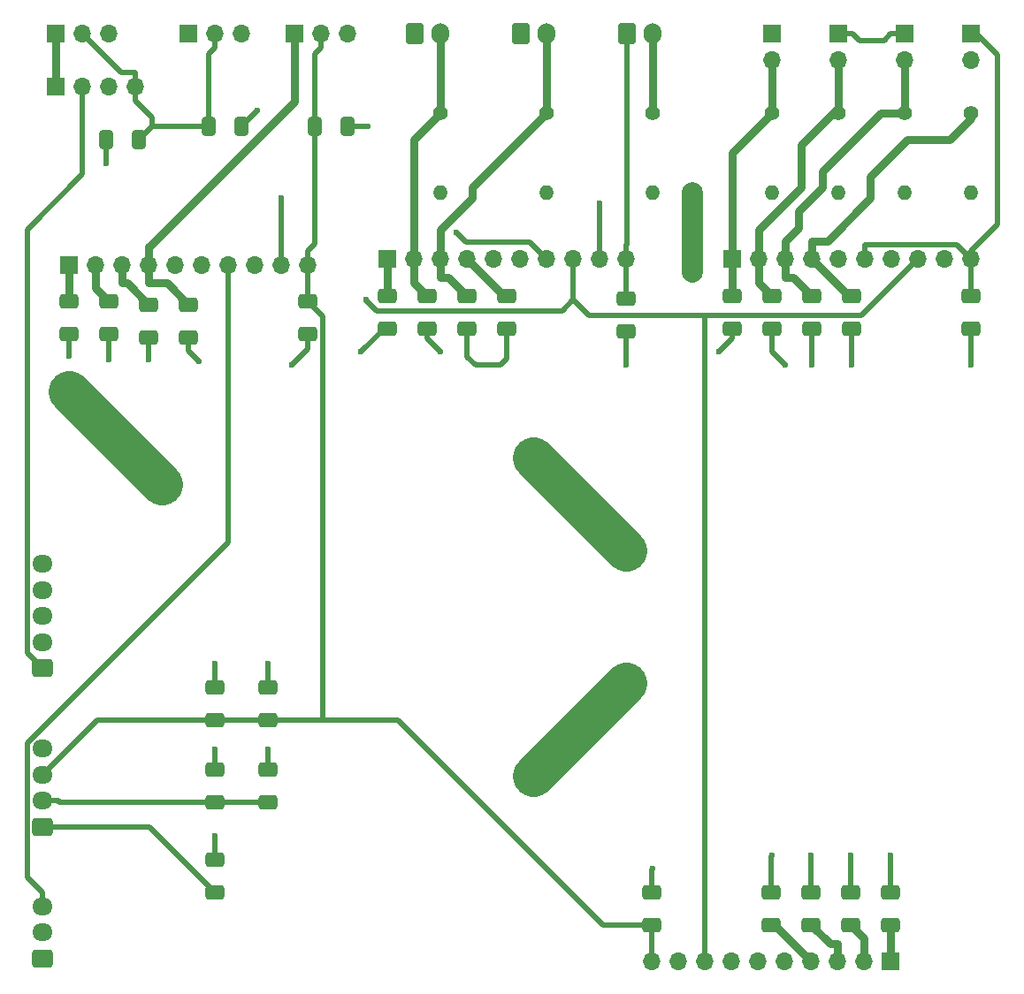
<source format=gbr>
%TF.GenerationSoftware,KiCad,Pcbnew,8.0.3*%
%TF.CreationDate,2024-11-03T21:20:52+01:00*%
%TF.ProjectId,weerstation-analoog,77656572-7374-4617-9469-6f6e2d616e61,rev?*%
%TF.SameCoordinates,Original*%
%TF.FileFunction,Copper,L2,Bot*%
%TF.FilePolarity,Positive*%
%FSLAX46Y46*%
G04 Gerber Fmt 4.6, Leading zero omitted, Abs format (unit mm)*
G04 Created by KiCad (PCBNEW 8.0.3) date 2024-11-03 21:20:52*
%MOMM*%
%LPD*%
G01*
G04 APERTURE LIST*
G04 Aperture macros list*
%AMRoundRect*
0 Rectangle with rounded corners*
0 $1 Rounding radius*
0 $2 $3 $4 $5 $6 $7 $8 $9 X,Y pos of 4 corners*
0 Add a 4 corners polygon primitive as box body*
4,1,4,$2,$3,$4,$5,$6,$7,$8,$9,$2,$3,0*
0 Add four circle primitives for the rounded corners*
1,1,$1+$1,$2,$3*
1,1,$1+$1,$4,$5*
1,1,$1+$1,$6,$7*
1,1,$1+$1,$8,$9*
0 Add four rect primitives between the rounded corners*
20,1,$1+$1,$2,$3,$4,$5,0*
20,1,$1+$1,$4,$5,$6,$7,0*
20,1,$1+$1,$6,$7,$8,$9,0*
20,1,$1+$1,$8,$9,$2,$3,0*%
G04 Aperture macros list end*
%TA.AperFunction,ComponentPad*%
%ADD10R,1.700000X1.700000*%
%TD*%
%TA.AperFunction,ComponentPad*%
%ADD11O,1.700000X1.700000*%
%TD*%
%TA.AperFunction,ComponentPad*%
%ADD12RoundRect,0.250000X0.725000X-0.600000X0.725000X0.600000X-0.725000X0.600000X-0.725000X-0.600000X0*%
%TD*%
%TA.AperFunction,ComponentPad*%
%ADD13O,1.950000X1.700000*%
%TD*%
%TA.AperFunction,ComponentPad*%
%ADD14C,1.400000*%
%TD*%
%TA.AperFunction,ComponentPad*%
%ADD15O,1.400000X1.400000*%
%TD*%
%TA.AperFunction,ComponentPad*%
%ADD16RoundRect,0.250000X-0.600000X-0.750000X0.600000X-0.750000X0.600000X0.750000X-0.600000X0.750000X0*%
%TD*%
%TA.AperFunction,ComponentPad*%
%ADD17O,1.700000X2.000000*%
%TD*%
%TA.AperFunction,SMDPad,CuDef*%
%ADD18RoundRect,0.250000X-0.650000X0.412500X-0.650000X-0.412500X0.650000X-0.412500X0.650000X0.412500X0*%
%TD*%
%TA.AperFunction,SMDPad,CuDef*%
%ADD19RoundRect,0.250000X-0.412500X-0.650000X0.412500X-0.650000X0.412500X0.650000X-0.412500X0.650000X0*%
%TD*%
%TA.AperFunction,SMDPad,CuDef*%
%ADD20RoundRect,0.250000X0.650000X-0.412500X0.650000X0.412500X-0.650000X0.412500X-0.650000X-0.412500X0*%
%TD*%
%TA.AperFunction,SMDPad,CuDef*%
%ADD21RoundRect,0.250000X0.412500X0.650000X-0.412500X0.650000X-0.412500X-0.650000X0.412500X-0.650000X0*%
%TD*%
%TA.AperFunction,ViaPad*%
%ADD22C,0.600000*%
%TD*%
%TA.AperFunction,ViaPad*%
%ADD23C,3.000000*%
%TD*%
%TA.AperFunction,ViaPad*%
%ADD24C,2.000000*%
%TD*%
%TA.AperFunction,Conductor*%
%ADD25C,0.500000*%
%TD*%
%TA.AperFunction,Conductor*%
%ADD26C,0.750000*%
%TD*%
%TA.AperFunction,Conductor*%
%ADD27C,4.000000*%
%TD*%
%TA.AperFunction,Conductor*%
%ADD28C,2.000000*%
%TD*%
G04 APERTURE END LIST*
D10*
%TO.P,R9,1*%
%TO.N,+3.3V*%
X100330000Y-17780000D03*
D11*
%TO.P,R9,2*%
%TO.N,ADC-2 A1*%
X100330000Y-20320000D03*
%TD*%
D12*
%TO.P,J11,1,Pin_1*%
%TO.N,regen-digitaal*%
X17780000Y-78580000D03*
D13*
%TO.P,J11,2,Pin_2*%
%TO.N,ADC4 alert*%
X17780000Y-76080000D03*
%TO.P,J11,3,Pin_3*%
%TO.N,ADC3 alert*%
X17780000Y-73580000D03*
%TO.P,J11,4,Pin_4*%
%TO.N,ADC2 alert*%
X17780000Y-71080000D03*
%TO.P,J11,5,Pin_5*%
%TO.N,ADC1 alert*%
X17780000Y-68580000D03*
%TD*%
D10*
%TO.P,J6,1,Pin_1*%
%TO.N,ADC-3 A3*%
X20320000Y-39935000D03*
D11*
%TO.P,J6,2,Pin_2*%
%TO.N,ADC-3 A2*%
X22860000Y-39935000D03*
%TO.P,J6,3,Pin_3*%
%TO.N,ADC-3 A1*%
X25400000Y-39935000D03*
%TO.P,J6,4,Pin_4*%
%TO.N,ADC-3 A0*%
X27940000Y-39935000D03*
%TO.P,J6,5,Pin_5*%
%TO.N,ADC3 alert*%
X30480000Y-39935000D03*
%TO.P,J6,6,Pin_6*%
%TO.N,scl*%
X33020000Y-39935000D03*
%TO.P,J6,7,Pin_7*%
%TO.N,sda*%
X35560000Y-39935000D03*
%TO.P,J6,8,Pin_8*%
%TO.N,scl*%
X38100000Y-39935000D03*
%TO.P,J6,9,Pin_9*%
%TO.N,GND*%
X40640000Y-39935000D03*
%TO.P,J6,10,Pin_10*%
%TO.N,+3.3V*%
X43180000Y-39935000D03*
%TD*%
D10*
%TO.P,J5,1,Pin_1*%
%TO.N,ADC-4 A3*%
X98998700Y-106680000D03*
D11*
%TO.P,J5,2,Pin_2*%
%TO.N,ADC-4 A2*%
X96458700Y-106680000D03*
%TO.P,J5,3,Pin_3*%
%TO.N,ADC-4 A1*%
X93918700Y-106680000D03*
%TO.P,J5,4,Pin_4*%
%TO.N,ADC-4 A0*%
X91378700Y-106680000D03*
%TO.P,J5,5,Pin_5*%
%TO.N,ADC4 alert*%
X88838700Y-106680000D03*
%TO.P,J5,6,Pin_6*%
%TO.N,sda*%
X86298700Y-106680000D03*
%TO.P,J5,7,Pin_7*%
X83758700Y-106680000D03*
%TO.P,J5,8,Pin_8*%
%TO.N,scl*%
X81218700Y-106680000D03*
%TO.P,J5,9,Pin_9*%
%TO.N,GND*%
X78678700Y-106680000D03*
%TO.P,J5,10,Pin_10*%
%TO.N,+3.3V*%
X76138700Y-106680000D03*
%TD*%
D14*
%TO.P,R6,1*%
%TO.N,ADC-1 A2*%
X55880000Y-25400000D03*
D15*
%TO.P,R6,2*%
%TO.N,GND*%
X55880000Y-33020000D03*
%TD*%
D10*
%TO.P,J8,1,Pin_1*%
%TO.N,ADC-3 A0*%
X41910000Y-17780000D03*
D11*
%TO.P,J8,2,Pin_2*%
%TO.N,+3.3V*%
X44450000Y-17780000D03*
%TO.P,J8,3,Pin_3*%
%TO.N,GND*%
X46990000Y-17780000D03*
%TD*%
D12*
%TO.P,J2,1,Pin_1*%
%TO.N,+12L*%
X17780000Y-93780000D03*
D13*
%TO.P,J2,2,Pin_2*%
%TO.N,+5V*%
X17780000Y-91280000D03*
%TO.P,J2,3,Pin_3*%
%TO.N,+3.3V*%
X17780000Y-88780000D03*
%TO.P,J2,4,Pin_4*%
%TO.N,GND*%
X17780000Y-86280000D03*
%TD*%
D12*
%TO.P,J1,1,Pin_1*%
%TO.N,GND*%
X17780000Y-106400000D03*
D13*
%TO.P,J1,2,Pin_2*%
%TO.N,scl*%
X17780000Y-103900000D03*
%TO.P,J1,3,Pin_3*%
%TO.N,sda*%
X17780000Y-101400000D03*
%TD*%
D16*
%TO.P,R3,1*%
%TO.N,+3.3V*%
X63540000Y-17780000D03*
D17*
%TO.P,R3,2*%
%TO.N,ADC-1 A1*%
X66040000Y-17780000D03*
%TD*%
D14*
%TO.P,R12,1*%
%TO.N,ADC-2 A2*%
X93980000Y-25400000D03*
D15*
%TO.P,R12,2*%
%TO.N,GND*%
X93980000Y-33020000D03*
%TD*%
D10*
%TO.P,R7,1*%
%TO.N,+3.3V*%
X106680000Y-17780000D03*
D11*
%TO.P,R7,2*%
%TO.N,ADC-2 A0*%
X106680000Y-20320000D03*
%TD*%
D14*
%TO.P,R4,1*%
%TO.N,ADC-1 A1*%
X66040000Y-25400000D03*
D15*
%TO.P,R4,2*%
%TO.N,GND*%
X66040000Y-33020000D03*
%TD*%
D10*
%TO.P,J4,1,Pin_1*%
%TO.N,ADC-2 A3*%
X83820000Y-39370000D03*
D11*
%TO.P,J4,2,Pin_2*%
%TO.N,ADC-2 A2*%
X86360000Y-39370000D03*
%TO.P,J4,3,Pin_3*%
%TO.N,ADC-2 A1*%
X88900000Y-39370000D03*
%TO.P,J4,4,Pin_4*%
%TO.N,ADC-2 A0*%
X91440000Y-39370000D03*
%TO.P,J4,5,Pin_5*%
%TO.N,ADC2 alert*%
X93980000Y-39370000D03*
%TO.P,J4,6,Pin_6*%
%TO.N,+3.3V*%
X96520000Y-39370000D03*
%TO.P,J4,7,Pin_7*%
%TO.N,sda*%
X99060000Y-39370000D03*
%TO.P,J4,8,Pin_8*%
%TO.N,scl*%
X101600000Y-39370000D03*
%TO.P,J4,9,Pin_9*%
%TO.N,GND*%
X104140000Y-39370000D03*
%TO.P,J4,10,Pin_10*%
%TO.N,+3.3V*%
X106680000Y-39370000D03*
%TD*%
D10*
%TO.P,J7,1,Pin_1*%
%TO.N,ADC-3 A1*%
X31750000Y-17780000D03*
D11*
%TO.P,J7,2,Pin_2*%
%TO.N,+3.3V*%
X34290000Y-17780000D03*
%TO.P,J7,3,Pin_3*%
%TO.N,GND*%
X36830000Y-17780000D03*
%TD*%
D16*
%TO.P,R5,1*%
%TO.N,+3.3V*%
X53380000Y-17780000D03*
D17*
%TO.P,R5,2*%
%TO.N,ADC-1 A2*%
X55880000Y-17780000D03*
%TD*%
D10*
%TO.P,J10,1,Pin_1*%
%TO.N,ADC-3 A2*%
X19050000Y-22860000D03*
D11*
%TO.P,J10,2,Pin_2*%
%TO.N,regen-digitaal*%
X21590000Y-22860000D03*
%TO.P,J10,3,Pin_3*%
%TO.N,GND*%
X24130000Y-22860000D03*
%TO.P,J10,4,Pin_4*%
%TO.N,+3.3V*%
X26670000Y-22860000D03*
%TD*%
D10*
%TO.P,J3,1,Pin_1*%
%TO.N,ADC-1 A3*%
X50800000Y-39370000D03*
D11*
%TO.P,J3,2,Pin_2*%
%TO.N,ADC-1 A2*%
X53340000Y-39370000D03*
%TO.P,J3,3,Pin_3*%
%TO.N,ADC-1 A1*%
X55880000Y-39370000D03*
%TO.P,J3,4,Pin_4*%
%TO.N,ADC-1 A0*%
X58420000Y-39370000D03*
%TO.P,J3,5,Pin_5*%
%TO.N,ADC1 alert*%
X60960000Y-39370000D03*
%TO.P,J3,6,Pin_6*%
%TO.N,GND*%
X63500000Y-39370000D03*
%TO.P,J3,7,Pin_7*%
%TO.N,sda*%
X66040000Y-39370000D03*
%TO.P,J3,8,Pin_8*%
%TO.N,scl*%
X68580000Y-39370000D03*
%TO.P,J3,9,Pin_9*%
%TO.N,GND*%
X71120000Y-39370000D03*
%TO.P,J3,10,Pin_10*%
%TO.N,+3.3V*%
X73660000Y-39370000D03*
%TD*%
D16*
%TO.P,R1,1*%
%TO.N,+3.3V*%
X73700000Y-17780000D03*
D17*
%TO.P,R1,2*%
%TO.N,ADC-1 A0*%
X76200000Y-17780000D03*
%TD*%
D10*
%TO.P,J9,1,Pin_1*%
%TO.N,ADC-3 A2*%
X19050000Y-17780000D03*
D11*
%TO.P,J9,2,Pin_2*%
%TO.N,+3.3V*%
X21590000Y-17780000D03*
%TO.P,J9,3,Pin_3*%
%TO.N,GND*%
X24130000Y-17780000D03*
%TD*%
D14*
%TO.P,R10,1*%
%TO.N,ADC-2 A1*%
X100330000Y-25400000D03*
D15*
%TO.P,R10,2*%
%TO.N,GND*%
X100330000Y-33020000D03*
%TD*%
D10*
%TO.P,R11,1*%
%TO.N,+3.3V*%
X93980000Y-17780000D03*
D11*
%TO.P,R11,2*%
%TO.N,ADC-2 A2*%
X93980000Y-20320000D03*
%TD*%
D14*
%TO.P,R2,1*%
%TO.N,ADC-1 A0*%
X76200000Y-25400000D03*
D15*
%TO.P,R2,2*%
%TO.N,GND*%
X76200000Y-33020000D03*
%TD*%
D14*
%TO.P,R14,1*%
%TO.N,ADC-2 A3*%
X87630000Y-25400000D03*
D15*
%TO.P,R14,2*%
%TO.N,GND*%
X87630000Y-33020000D03*
%TD*%
D14*
%TO.P,R8,1*%
%TO.N,ADC-2 A0*%
X106660000Y-25400000D03*
D15*
%TO.P,R8,2*%
%TO.N,GND*%
X106660000Y-33020000D03*
%TD*%
D10*
%TO.P,R13,1*%
%TO.N,+3.3V*%
X87630000Y-17780000D03*
D11*
%TO.P,R13,2*%
%TO.N,ADC-2 A3*%
X87630000Y-20320000D03*
%TD*%
D18*
%TO.P,C10,1*%
%TO.N,ADC-2 A1*%
X91440000Y-42887500D03*
%TO.P,C10,2*%
%TO.N,GND*%
X91440000Y-46012500D03*
%TD*%
%TO.P,C20,1*%
%TO.N,ADC-3 A1*%
X27940000Y-43745000D03*
%TO.P,C20,2*%
%TO.N,GND*%
X27940000Y-46870000D03*
%TD*%
%TO.P,C1,1*%
%TO.N,ADC-1 A3*%
X50800000Y-42887500D03*
%TO.P,C1,2*%
%TO.N,GND*%
X50800000Y-46012500D03*
%TD*%
%TO.P,C9,1*%
%TO.N,ADC-2 A2*%
X87630000Y-42887500D03*
%TO.P,C9,2*%
%TO.N,GND*%
X87630000Y-46012500D03*
%TD*%
%TO.P,C14,1*%
%TO.N,+3.3V*%
X43180000Y-43452500D03*
%TO.P,C14,2*%
%TO.N,GND*%
X43180000Y-46577500D03*
%TD*%
%TO.P,C4,1*%
%TO.N,ADC-1 A2*%
X54610000Y-42887500D03*
%TO.P,C4,2*%
%TO.N,GND*%
X54610000Y-46012500D03*
%TD*%
D19*
%TO.P,C21,1*%
%TO.N,+3.3V*%
X33705000Y-26670000D03*
%TO.P,C21,2*%
%TO.N,GND*%
X36830000Y-26670000D03*
%TD*%
D20*
%TO.P,C25,1*%
%TO.N,+3.3V*%
X34290000Y-83527500D03*
%TO.P,C25,2*%
%TO.N,GND*%
X34290000Y-80402500D03*
%TD*%
D18*
%TO.P,C8,1*%
%TO.N,ADC-2 A0*%
X95250000Y-42887500D03*
%TO.P,C8,2*%
%TO.N,GND*%
X95250000Y-46012500D03*
%TD*%
D20*
%TO.P,C17,1*%
%TO.N,ADC-4 A2*%
X95188700Y-103162500D03*
%TO.P,C17,2*%
%TO.N,GND*%
X95188700Y-100037500D03*
%TD*%
D18*
%TO.P,C7,1*%
%TO.N,+3.3V*%
X106680000Y-42887500D03*
%TO.P,C7,2*%
%TO.N,GND*%
X106680000Y-46012500D03*
%TD*%
D20*
%TO.P,C27,1*%
%TO.N,+5V*%
X34290000Y-91440000D03*
%TO.P,C27,2*%
%TO.N,GND*%
X34290000Y-88315000D03*
%TD*%
%TO.P,C24,1*%
%TO.N,+5V*%
X39370000Y-91440000D03*
%TO.P,C24,2*%
%TO.N,GND*%
X39370000Y-88315000D03*
%TD*%
D18*
%TO.P,C2,1*%
%TO.N,+3.3V*%
X73660000Y-43180000D03*
%TO.P,C2,2*%
%TO.N,GND*%
X73660000Y-46305000D03*
%TD*%
D20*
%TO.P,C18,1*%
%TO.N,ADC-4 A1*%
X91378700Y-103162500D03*
%TO.P,C18,2*%
%TO.N,GND*%
X91378700Y-100037500D03*
%TD*%
D19*
%TO.P,C22,1*%
%TO.N,+3.3V*%
X43865000Y-26670000D03*
%TO.P,C22,2*%
%TO.N,GND*%
X46990000Y-26670000D03*
%TD*%
D18*
%TO.P,C3,1*%
%TO.N,ADC-1 A0*%
X62230000Y-42887500D03*
%TO.P,C3,2*%
%TO.N,GND*%
X62230000Y-46012500D03*
%TD*%
%TO.P,C13,1*%
%TO.N,ADC-3 A3*%
X20320000Y-43452500D03*
%TO.P,C13,2*%
%TO.N,GND*%
X20320000Y-46577500D03*
%TD*%
%TO.P,C16,1*%
%TO.N,ADC-3 A0*%
X31750000Y-43745000D03*
%TO.P,C16,2*%
%TO.N,GND*%
X31750000Y-46870000D03*
%TD*%
D20*
%TO.P,C11,1*%
%TO.N,ADC-4 A3*%
X98998700Y-103162500D03*
%TO.P,C11,2*%
%TO.N,GND*%
X98998700Y-100037500D03*
%TD*%
%TO.P,C26,1*%
%TO.N,+3.3V*%
X39370000Y-83527500D03*
%TO.P,C26,2*%
%TO.N,GND*%
X39370000Y-80402500D03*
%TD*%
D21*
%TO.P,C28,1*%
%TO.N,+3.3V*%
X26962500Y-27940000D03*
%TO.P,C28,2*%
%TO.N,GND*%
X23837500Y-27940000D03*
%TD*%
D20*
%TO.P,C15,1*%
%TO.N,ADC-4 A0*%
X87568700Y-103162500D03*
%TO.P,C15,2*%
%TO.N,GND*%
X87568700Y-100037500D03*
%TD*%
%TO.P,C12,1*%
%TO.N,+3.3V*%
X76138700Y-103162500D03*
%TO.P,C12,2*%
%TO.N,GND*%
X76138700Y-100037500D03*
%TD*%
D18*
%TO.P,C19,1*%
%TO.N,ADC-3 A2*%
X24130000Y-43452500D03*
%TO.P,C19,2*%
%TO.N,GND*%
X24130000Y-46577500D03*
%TD*%
D20*
%TO.P,C23,1*%
%TO.N,+12L*%
X34290000Y-100037500D03*
%TO.P,C23,2*%
%TO.N,GND*%
X34290000Y-96912500D03*
%TD*%
D18*
%TO.P,C5,1*%
%TO.N,ADC-1 A1*%
X58420000Y-42887500D03*
%TO.P,C5,2*%
%TO.N,GND*%
X58420000Y-46012500D03*
%TD*%
%TO.P,C6,1*%
%TO.N,ADC-2 A3*%
X83820000Y-42887500D03*
%TO.P,C6,2*%
%TO.N,GND*%
X83820000Y-46012500D03*
%TD*%
D22*
%TO.N,GND*%
X71120000Y-34036000D03*
X40640000Y-33528000D03*
D23*
X73660000Y-80010000D03*
X64770000Y-88900000D03*
X29210000Y-60960000D03*
X20320000Y-52070000D03*
X64770000Y-58420000D03*
X73660000Y-67310000D03*
D24*
X80010000Y-40640000D03*
X80010000Y-33020000D03*
D22*
%TO.N,scl*%
X48766500Y-43251700D03*
%TO.N,sda*%
X57404000Y-36830000D03*
%TO.N,GND*%
X34290000Y-94615000D03*
X87630000Y-96520000D03*
X39370000Y-78105000D03*
X98998700Y-96520000D03*
X91378700Y-96520000D03*
X39370000Y-86360000D03*
X34290000Y-86360000D03*
X95188700Y-96520000D03*
X34290000Y-78105000D03*
X24130000Y-49022000D03*
X20320000Y-48641000D03*
X95250000Y-49530000D03*
X55880000Y-48260000D03*
X41656000Y-49530000D03*
X88900000Y-49530000D03*
X48260000Y-48260000D03*
X27940000Y-49022000D03*
X91440000Y-49530000D03*
X60325000Y-49530000D03*
X76200000Y-97790000D03*
X82550000Y-48260000D03*
X106680000Y-49530000D03*
X32766000Y-49149000D03*
X38354000Y-25146000D03*
X48895000Y-26670000D03*
X23876000Y-30226000D03*
X73673500Y-49530000D03*
%TD*%
D25*
%TO.N,sda*%
X64417100Y-37747100D02*
X66040000Y-39370000D01*
X58321100Y-37747100D02*
X64417100Y-37747100D01*
X57404000Y-36830000D02*
X58321100Y-37747100D01*
D26*
%TO.N,ADC-1 A1*%
X58928000Y-33528000D02*
X58928000Y-32512000D01*
X55880000Y-36576000D02*
X58928000Y-33528000D01*
X58928000Y-32512000D02*
X66040000Y-25400000D01*
X55880000Y-39370000D02*
X55880000Y-36576000D01*
D25*
%TO.N,GND*%
X71120000Y-39370000D02*
X71120000Y-34036000D01*
D26*
%TO.N,ADC-2 A1*%
X92456000Y-32512000D02*
X92456000Y-30988000D01*
X90157400Y-34810600D02*
X92456000Y-32512000D01*
X92456000Y-30988000D02*
X98044000Y-25400000D01*
X90128400Y-34810600D02*
X90157400Y-34810600D01*
X98044000Y-25400000D02*
X100330000Y-25400000D01*
%TO.N,ADC-2 A2*%
X90424000Y-32512000D02*
X86360000Y-36576000D01*
X90424000Y-28448000D02*
X90424000Y-32512000D01*
X93669600Y-25202400D02*
X90424000Y-28448000D01*
X93980000Y-25202400D02*
X93669600Y-25202400D01*
%TO.N,ADC-2 A0*%
X104648000Y-27940000D02*
X106660000Y-25928000D01*
X106660000Y-25928000D02*
X106660000Y-25400000D01*
X100584000Y-27940000D02*
X104648000Y-27940000D01*
X97028000Y-33528000D02*
X97028000Y-31496000D01*
X92912700Y-37643300D02*
X97028000Y-33528000D01*
X91440000Y-39370000D02*
X91440000Y-37643300D01*
X91440000Y-37643300D02*
X92912700Y-37643300D01*
X97028000Y-31496000D02*
X100584000Y-27940000D01*
D25*
%TO.N,+3.3V*%
X109220000Y-36068000D02*
X109220000Y-19812000D01*
X106680000Y-38608000D02*
X109220000Y-36068000D01*
X107188000Y-17780000D02*
X106680000Y-17780000D01*
X106680000Y-39370000D02*
X106680000Y-38608000D01*
X109220000Y-19812000D02*
X107188000Y-17780000D01*
%TO.N,GND*%
X40640000Y-39935000D02*
X40640000Y-33528000D01*
X41656000Y-49530000D02*
X43180000Y-48006000D01*
X43180000Y-48006000D02*
X43180000Y-46577500D01*
X32766000Y-49149000D02*
X31750000Y-48133000D01*
X31750000Y-48133000D02*
X31750000Y-46870000D01*
X27940000Y-46870000D02*
X27940000Y-49022000D01*
X24130000Y-46577500D02*
X24130000Y-49022000D01*
X20320000Y-46577500D02*
X20320000Y-48641000D01*
X23837500Y-30187500D02*
X23837500Y-27940000D01*
X23876000Y-30226000D02*
X23837500Y-30187500D01*
X38354000Y-25146000D02*
X36830000Y-26670000D01*
X48895000Y-26670000D02*
X46990000Y-26670000D01*
X62230000Y-48895000D02*
X62230000Y-46012500D01*
X61595000Y-49530000D02*
X62230000Y-48895000D01*
X60325000Y-49530000D02*
X61595000Y-49530000D01*
X58420000Y-48736250D02*
X58420000Y-46012500D01*
X59213750Y-49530000D02*
X58420000Y-48736250D01*
X60325000Y-49530000D02*
X59213750Y-49530000D01*
X73673500Y-46318500D02*
X73660000Y-46305000D01*
X73673500Y-49530000D02*
X73673500Y-46318500D01*
X98998700Y-96520000D02*
X98998700Y-100037500D01*
X95188700Y-100037500D02*
X95188700Y-96520000D01*
X91378700Y-96520000D02*
X91378700Y-100037500D01*
X87630000Y-96520000D02*
X87568700Y-96581300D01*
X87568700Y-96581300D02*
X87568700Y-100037500D01*
X76138700Y-97851300D02*
X76200000Y-97790000D01*
X76138700Y-100037500D02*
X76138700Y-97851300D01*
X34290000Y-94615000D02*
X34290000Y-96912500D01*
X39370000Y-78105000D02*
X39370000Y-80402500D01*
X34290000Y-78105000D02*
X34290000Y-80402500D01*
X34290000Y-86360000D02*
X34290000Y-88315000D01*
X39370000Y-88315000D02*
X39370000Y-86360000D01*
D27*
X64770000Y-88900000D02*
X73660000Y-80010000D01*
D28*
X80010000Y-33020000D02*
X80010000Y-40640000D01*
D25*
X106680000Y-49530000D02*
X106680000Y-46012500D01*
X91440000Y-49530000D02*
X91440000Y-46012500D01*
X95250000Y-49530000D02*
X95250000Y-46012500D01*
X87630000Y-48260000D02*
X87630000Y-46012500D01*
X88900000Y-49530000D02*
X87630000Y-48260000D01*
X83820000Y-46990000D02*
X83820000Y-46012500D01*
X82550000Y-48260000D02*
X83820000Y-46990000D01*
X50507500Y-46012500D02*
X50800000Y-46012500D01*
X48260000Y-48260000D02*
X50507500Y-46012500D01*
X54610000Y-46990000D02*
X55880000Y-48260000D01*
X54610000Y-46012500D02*
X54610000Y-46990000D01*
%TO.N,+3.3V*%
X71412500Y-103162500D02*
X76138700Y-103162500D01*
X51777500Y-83527500D02*
X71412500Y-103162500D01*
X44599100Y-83527500D02*
X51777500Y-83527500D01*
D27*
%TO.N,GND*%
X20320000Y-52070000D02*
X29210000Y-60960000D01*
X64770000Y-58420000D02*
X73660000Y-67310000D01*
D25*
%TO.N,regen-digitaal*%
X16290500Y-77090500D02*
X17780000Y-78580000D01*
X16290500Y-36550700D02*
X16290500Y-77090500D01*
X21590000Y-31251200D02*
X16290500Y-36550700D01*
X21590000Y-22860000D02*
X21590000Y-31251200D01*
%TO.N,scl*%
X81218700Y-106680000D02*
X81218700Y-44800600D01*
X96169400Y-44800600D02*
X101600000Y-39370000D01*
X81218700Y-44800600D02*
X96169400Y-44800600D01*
X70096200Y-44800600D02*
X81218700Y-44800600D01*
X68580000Y-43284400D02*
X70096200Y-44800600D01*
X68580000Y-39370000D02*
X68580000Y-43284400D01*
X48766500Y-43353800D02*
X48766500Y-43251700D01*
X49764900Y-44352200D02*
X48766500Y-43353800D01*
X67512200Y-44352200D02*
X49764900Y-44352200D01*
X68580000Y-43284400D02*
X67512200Y-44352200D01*
%TO.N,sda*%
X16349600Y-98619600D02*
X17780000Y-100050000D01*
X16349600Y-85712800D02*
X16349600Y-98619600D01*
X35560000Y-66502400D02*
X16349600Y-85712800D01*
X35560000Y-39935000D02*
X35560000Y-66502400D01*
X17780000Y-101400000D02*
X17780000Y-100050000D01*
%TO.N,+5V*%
X39370000Y-91440000D02*
X34290000Y-91440000D01*
X19415000Y-91440000D02*
X19255000Y-91280000D01*
X34290000Y-91440000D02*
X19415000Y-91440000D01*
X17780000Y-91280000D02*
X19255000Y-91280000D01*
%TO.N,+12L*%
X28032500Y-93780000D02*
X17780000Y-93780000D01*
X34290000Y-100037500D02*
X28032500Y-93780000D01*
D26*
%TO.N,ADC-3 A1*%
X25856700Y-41661700D02*
X25400000Y-41661700D01*
X27940000Y-43745000D02*
X25856700Y-41661700D01*
X25400000Y-39935000D02*
X25400000Y-41661700D01*
%TO.N,ADC-3 A2*%
X19050000Y-22860000D02*
X19050000Y-17780000D01*
X22860000Y-42182500D02*
X22860000Y-39935000D01*
X24130000Y-43452500D02*
X22860000Y-42182500D01*
%TO.N,ADC-4 A1*%
X93169500Y-104953300D02*
X93918700Y-104953300D01*
X91378700Y-103162500D02*
X93169500Y-104953300D01*
X93918700Y-106680000D02*
X93918700Y-104953300D01*
%TO.N,ADC-4 A2*%
X96458700Y-104432500D02*
X96458700Y-106680000D01*
X95188700Y-103162500D02*
X96458700Y-104432500D01*
%TO.N,ADC-3 A0*%
X27940000Y-39935000D02*
X27940000Y-38208300D01*
X41910000Y-24320800D02*
X41910000Y-17780000D01*
X28022500Y-38208300D02*
X41910000Y-24320800D01*
X27940000Y-38208300D02*
X28022500Y-38208300D01*
X29666700Y-41661700D02*
X27940000Y-41661700D01*
X31750000Y-43745000D02*
X29666700Y-41661700D01*
X27940000Y-39935000D02*
X27940000Y-41661700D01*
%TO.N,ADC-4 A0*%
X87861200Y-103162500D02*
X91378700Y-106680000D01*
X87568700Y-103162500D02*
X87861200Y-103162500D01*
%TO.N,ADC-3 A3*%
X20320000Y-43452500D02*
X20320000Y-39935000D01*
%TO.N,ADC-4 A3*%
X98998700Y-103162500D02*
X98998700Y-106680000D01*
%TO.N,ADC-2 A1*%
X100330000Y-25400000D02*
X100330000Y-20320000D01*
X90128400Y-36414900D02*
X88900000Y-37643300D01*
X90128400Y-34810600D02*
X90128400Y-36414900D01*
X88900000Y-39370000D02*
X88900000Y-37643300D01*
X89649200Y-41096700D02*
X88900000Y-41096700D01*
X91440000Y-42887500D02*
X89649200Y-41096700D01*
X88900000Y-39370000D02*
X88900000Y-41096700D01*
%TO.N,ADC-2 A2*%
X93980000Y-25400000D02*
X93980000Y-20320000D01*
X86360000Y-41617500D02*
X86360000Y-39370000D01*
X87630000Y-42887500D02*
X86360000Y-41617500D01*
X86360000Y-36773600D02*
X86360000Y-39370000D01*
%TO.N,ADC-2 A0*%
X94957500Y-42887500D02*
X91440000Y-39370000D01*
X95250000Y-42887500D02*
X94957500Y-42887500D01*
%TO.N,ADC-2 A3*%
X87630000Y-25400000D02*
X87630000Y-20320000D01*
X83820000Y-42887500D02*
X83820000Y-39370000D01*
X83820000Y-29210000D02*
X87630000Y-25400000D01*
X83820000Y-39370000D02*
X83820000Y-29210000D01*
%TO.N,ADC-1 A1*%
X55880000Y-39370000D02*
X55880000Y-41096700D01*
X66040000Y-25400000D02*
X66040000Y-17780000D01*
X56629200Y-41096700D02*
X55880000Y-41096700D01*
X58420000Y-42887500D02*
X56629200Y-41096700D01*
%TO.N,ADC-1 A2*%
X55880000Y-17780000D02*
X55880000Y-25400000D01*
X53340000Y-27940000D02*
X53340000Y-39370000D01*
X55880000Y-25400000D02*
X53340000Y-27940000D01*
X53340000Y-41617500D02*
X53340000Y-39370000D01*
X54610000Y-42887500D02*
X53340000Y-41617500D01*
%TO.N,ADC-1 A0*%
X76200000Y-17780000D02*
X76200000Y-25400000D01*
X61937500Y-42887500D02*
X58420000Y-39370000D01*
X62230000Y-42887500D02*
X61937500Y-42887500D01*
D25*
%TO.N,+3.3V*%
X23032500Y-83527500D02*
X17780000Y-88780000D01*
X34290000Y-83527500D02*
X23032500Y-83527500D01*
X34290000Y-17780000D02*
X34290000Y-19130000D01*
X106680000Y-42887500D02*
X106680000Y-39370000D01*
X33705000Y-19715000D02*
X34290000Y-19130000D01*
X33705000Y-26670000D02*
X33705000Y-19715000D01*
X76138700Y-103162500D02*
X76138700Y-106680000D01*
X73660000Y-39370000D02*
X73660000Y-43180000D01*
X100330000Y-17780000D02*
X98980000Y-17780000D01*
X93980000Y-17780000D02*
X95330000Y-17780000D01*
X96520000Y-39370000D02*
X96520000Y-38020000D01*
X95975000Y-18425000D02*
X96520000Y-18425000D01*
X95330000Y-17780000D02*
X95975000Y-18425000D01*
X98335000Y-18425000D02*
X98980000Y-17780000D01*
X96520000Y-18425000D02*
X98335000Y-18425000D01*
X26670000Y-23458200D02*
X26670000Y-24210000D01*
X26670000Y-23458200D02*
X26670000Y-22860000D01*
X25320000Y-21510000D02*
X21590000Y-17780000D01*
X26670000Y-21510000D02*
X25320000Y-21510000D01*
X26670000Y-22860000D02*
X26670000Y-21510000D01*
X28232500Y-25772500D02*
X26670000Y-24210000D01*
X28232500Y-26670000D02*
X28232500Y-25772500D01*
X33705000Y-26670000D02*
X28232500Y-26670000D01*
X28232500Y-26670000D02*
X26962500Y-27940000D01*
X43180000Y-39935000D02*
X43180000Y-43452500D01*
X44599100Y-44871600D02*
X44599100Y-83527500D01*
X43180000Y-43452500D02*
X44599100Y-44871600D01*
X44599100Y-83527500D02*
X39370000Y-83527500D01*
X39370000Y-83527500D02*
X34290000Y-83527500D01*
X44450000Y-17780000D02*
X44450000Y-19130000D01*
X105330000Y-38020000D02*
X106680000Y-39370000D01*
X96520000Y-38020000D02*
X105330000Y-38020000D01*
X73700000Y-37980000D02*
X73660000Y-38020000D01*
X73700000Y-17780000D02*
X73700000Y-37980000D01*
X73660000Y-39370000D02*
X73660000Y-38020000D01*
X43865000Y-19715000D02*
X43865000Y-26670000D01*
X44450000Y-19130000D02*
X43865000Y-19715000D01*
X43865000Y-37900000D02*
X43180000Y-38585000D01*
X43865000Y-26670000D02*
X43865000Y-37900000D01*
X43180000Y-39935000D02*
X43180000Y-38585000D01*
D26*
%TO.N,ADC-1 A3*%
X50800000Y-42887500D02*
X50800000Y-39370000D01*
%TD*%
M02*

</source>
